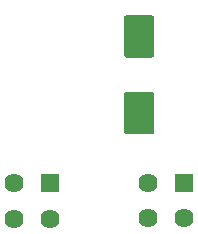
<source format=gbr>
%TF.GenerationSoftware,KiCad,Pcbnew,(5.1.6)-1*%
%TF.CreationDate,2020-11-25T12:03:05+11:00*%
%TF.ProjectId,HUD VID RCD Panel PCB V1,48554420-5649-4442-9052-43442050616e,rev?*%
%TF.SameCoordinates,Original*%
%TF.FileFunction,Soldermask,Bot*%
%TF.FilePolarity,Negative*%
%FSLAX46Y46*%
G04 Gerber Fmt 4.6, Leading zero omitted, Abs format (unit mm)*
G04 Created by KiCad (PCBNEW (5.1.6)-1) date 2020-11-25 12:03:05*
%MOMM*%
%LPD*%
G01*
G04 APERTURE LIST*
%ADD10C,1.620000*%
%ADD11R,1.620000X1.620000*%
G04 APERTURE END LIST*
D10*
%TO.C,J2*%
X182166001Y-86464399D03*
X185166000Y-86464399D03*
X182166001Y-83464400D03*
D11*
X185166000Y-83464400D03*
%TD*%
D10*
%TO.C,J1*%
X193494001Y-86413599D03*
X196494000Y-86413599D03*
X193494001Y-83413600D03*
D11*
X196494000Y-83413600D03*
%TD*%
%TO.C,C1*%
G36*
G01*
X191695000Y-75718400D02*
X193775000Y-75718400D01*
G75*
G02*
X194035000Y-75978400I0J-260000D01*
G01*
X194035000Y-79058400D01*
G75*
G02*
X193775000Y-79318400I-260000J0D01*
G01*
X191695000Y-79318400D01*
G75*
G02*
X191435000Y-79058400I0J260000D01*
G01*
X191435000Y-75978400D01*
G75*
G02*
X191695000Y-75718400I260000J0D01*
G01*
G37*
G36*
G01*
X191695000Y-69218400D02*
X193775000Y-69218400D01*
G75*
G02*
X194035000Y-69478400I0J-260000D01*
G01*
X194035000Y-72558400D01*
G75*
G02*
X193775000Y-72818400I-260000J0D01*
G01*
X191695000Y-72818400D01*
G75*
G02*
X191435000Y-72558400I0J260000D01*
G01*
X191435000Y-69478400D01*
G75*
G02*
X191695000Y-69218400I260000J0D01*
G01*
G37*
%TD*%
M02*

</source>
